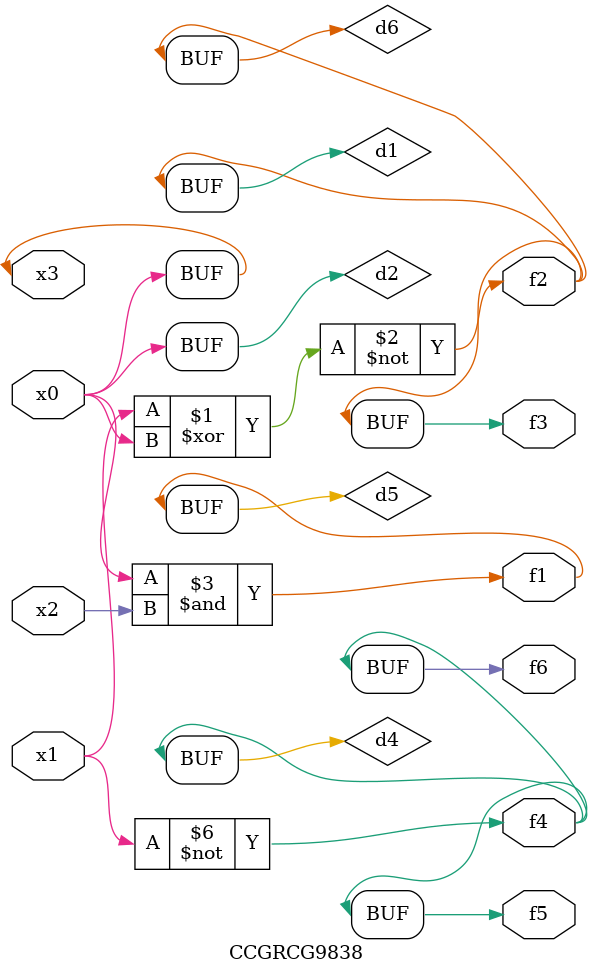
<source format=v>
module CCGRCG9838(
	input x0, x1, x2, x3,
	output f1, f2, f3, f4, f5, f6
);

	wire d1, d2, d3, d4, d5, d6;

	xnor (d1, x1, x3);
	buf (d2, x0, x3);
	nand (d3, x0, x2);
	not (d4, x1);
	nand (d5, d3);
	or (d6, d1);
	assign f1 = d5;
	assign f2 = d6;
	assign f3 = d6;
	assign f4 = d4;
	assign f5 = d4;
	assign f6 = d4;
endmodule

</source>
